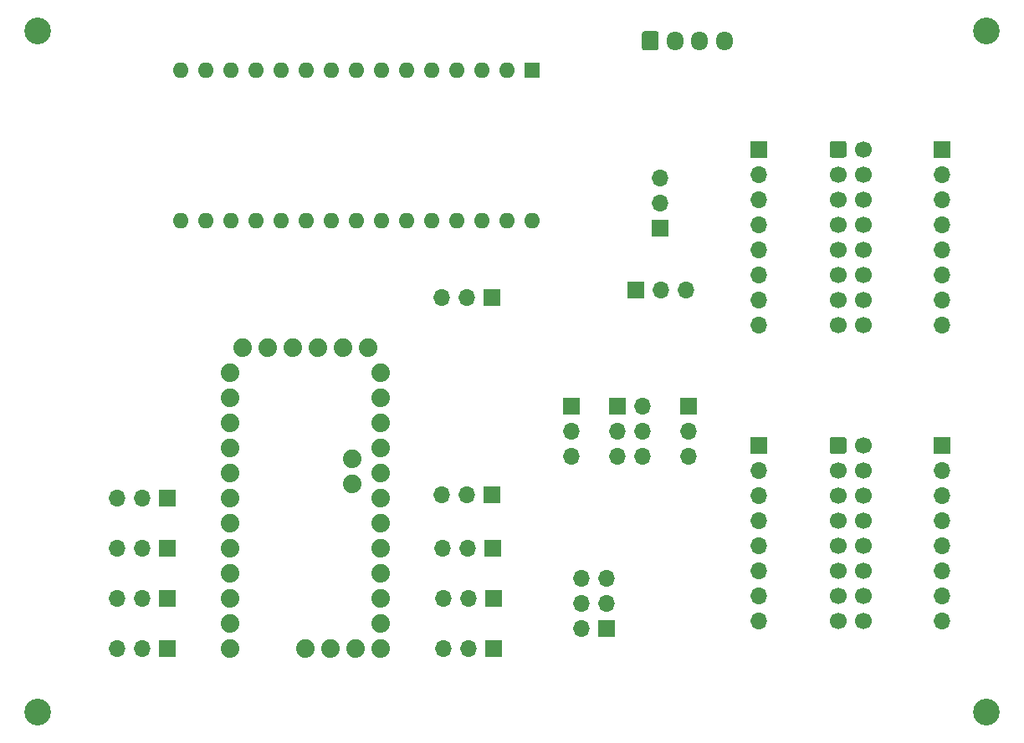
<source format=gbr>
G04 #@! TF.GenerationSoftware,KiCad,Pcbnew,5.1.9+dfsg1-1~bpo10+1*
G04 #@! TF.CreationDate,2021-10-27T12:52:50+00:00*
G04 #@! TF.ProjectId,Stm32F103Board,53746d33-3246-4313-9033-426f6172642e,rev?*
G04 #@! TF.SameCoordinates,Original*
G04 #@! TF.FileFunction,Soldermask,Bot*
G04 #@! TF.FilePolarity,Negative*
%FSLAX46Y46*%
G04 Gerber Fmt 4.6, Leading zero omitted, Abs format (unit mm)*
G04 Created by KiCad (PCBNEW 5.1.9+dfsg1-1~bpo10+1) date 2021-10-27 12:52:50*
%MOMM*%
%LPD*%
G01*
G04 APERTURE LIST*
%ADD10O,1.700000X1.700000*%
%ADD11R,1.700000X1.700000*%
%ADD12C,1.879600*%
%ADD13C,2.700000*%
%ADD14C,1.700000*%
%ADD15O,1.700000X1.950000*%
%ADD16O,1.600000X1.600000*%
%ADD17R,1.600000X1.600000*%
G04 APERTURE END LIST*
D10*
X95580000Y-93250000D03*
X93040000Y-93250000D03*
D11*
X90500000Y-93250000D03*
D12*
X57120000Y-129540000D03*
X49500000Y-101600000D03*
X49500000Y-104140000D03*
X49500000Y-106680000D03*
X49500000Y-109220000D03*
X49500000Y-111760000D03*
X49500000Y-114300000D03*
X49500000Y-116840000D03*
X49500000Y-119380000D03*
X49500000Y-121920000D03*
X49500000Y-124460000D03*
X49500000Y-127000000D03*
X49500000Y-129540000D03*
X64740000Y-129540000D03*
X64740000Y-127000000D03*
X64740000Y-124460000D03*
X64740000Y-121920000D03*
X64740000Y-119380000D03*
X64740000Y-116840000D03*
X64740000Y-114300000D03*
X64740000Y-111760000D03*
X64740000Y-109220000D03*
X64740000Y-106680000D03*
X64740000Y-104140000D03*
X64740000Y-101600000D03*
X59660000Y-129540000D03*
X62200000Y-129540000D03*
X61819000Y-110363000D03*
X61819000Y-112903000D03*
X50770000Y-99060000D03*
X53310000Y-99060000D03*
X55850000Y-99060000D03*
X58390000Y-99060000D03*
X60930000Y-99060000D03*
X63470000Y-99060000D03*
D10*
X95850000Y-110080000D03*
X95850000Y-107540000D03*
D11*
X95850000Y-105000000D03*
D10*
X91190000Y-110080000D03*
X88650000Y-110080000D03*
X91190000Y-107540000D03*
X88650000Y-107540000D03*
X91190000Y-105000000D03*
D11*
X88650000Y-105000000D03*
D10*
X84000000Y-110080000D03*
X84000000Y-107540000D03*
D11*
X84000000Y-105000000D03*
D10*
X121500000Y-126780000D03*
X121500000Y-124240000D03*
X121500000Y-121700000D03*
X121500000Y-119160000D03*
X121500000Y-116620000D03*
X121500000Y-114080000D03*
X121500000Y-111540000D03*
D11*
X121500000Y-109000000D03*
D10*
X121500000Y-96780000D03*
X121500000Y-94240000D03*
X121500000Y-91700000D03*
X121500000Y-89160000D03*
X121500000Y-86620000D03*
X121500000Y-84080000D03*
X121500000Y-81540000D03*
D11*
X121500000Y-79000000D03*
D10*
X103000000Y-126780000D03*
X103000000Y-124240000D03*
X103000000Y-121700000D03*
X103000000Y-119160000D03*
X103000000Y-116620000D03*
X103000000Y-114080000D03*
X103000000Y-111540000D03*
D11*
X103000000Y-109000000D03*
D10*
X103000000Y-96780000D03*
X103000000Y-94240000D03*
X103000000Y-91700000D03*
X103000000Y-89160000D03*
X103000000Y-86620000D03*
X103000000Y-84080000D03*
X103000000Y-81540000D03*
D11*
X103000000Y-79000000D03*
D13*
X126000000Y-136000000D03*
X126000000Y-67000000D03*
X30000000Y-136000000D03*
X30000000Y-67000000D03*
D14*
X113540000Y-126780000D03*
X113540000Y-124240000D03*
X113540000Y-121700000D03*
X113540000Y-119160000D03*
X113540000Y-116620000D03*
X113540000Y-114080000D03*
X113540000Y-111540000D03*
X113540000Y-109000000D03*
X111000000Y-126780000D03*
X111000000Y-124240000D03*
X111000000Y-121700000D03*
X111000000Y-119160000D03*
X111000000Y-116620000D03*
X111000000Y-114080000D03*
X111000000Y-111540000D03*
G36*
G01*
X110150000Y-109600000D02*
X110150000Y-108400000D01*
G75*
G02*
X110400000Y-108150000I250000J0D01*
G01*
X111600000Y-108150000D01*
G75*
G02*
X111850000Y-108400000I0J-250000D01*
G01*
X111850000Y-109600000D01*
G75*
G02*
X111600000Y-109850000I-250000J0D01*
G01*
X110400000Y-109850000D01*
G75*
G02*
X110150000Y-109600000I0J250000D01*
G01*
G37*
X113540000Y-96780000D03*
X113540000Y-94240000D03*
X113540000Y-91700000D03*
X113540000Y-89160000D03*
X113540000Y-86620000D03*
X113540000Y-84080000D03*
X113540000Y-81540000D03*
X113540000Y-79000000D03*
X111000000Y-96780000D03*
X111000000Y-94240000D03*
X111000000Y-91700000D03*
X111000000Y-89160000D03*
X111000000Y-86620000D03*
X111000000Y-84080000D03*
X111000000Y-81540000D03*
G36*
G01*
X110150000Y-79600000D02*
X110150000Y-78400000D01*
G75*
G02*
X110400000Y-78150000I250000J0D01*
G01*
X111600000Y-78150000D01*
G75*
G02*
X111850000Y-78400000I0J-250000D01*
G01*
X111850000Y-79600000D01*
G75*
G02*
X111600000Y-79850000I-250000J0D01*
G01*
X110400000Y-79850000D01*
G75*
G02*
X110150000Y-79600000I0J250000D01*
G01*
G37*
D10*
X93000000Y-81920000D03*
X93000000Y-84460000D03*
D11*
X93000000Y-87000000D03*
D10*
X70920000Y-94000000D03*
X73460000Y-94000000D03*
D11*
X76000000Y-94000000D03*
D15*
X99500000Y-68000000D03*
X97000000Y-68000000D03*
X94500000Y-68000000D03*
G36*
G01*
X91150000Y-68725000D02*
X91150000Y-67275000D01*
G75*
G02*
X91400000Y-67025000I250000J0D01*
G01*
X92600000Y-67025000D01*
G75*
G02*
X92850000Y-67275000I0J-250000D01*
G01*
X92850000Y-68725000D01*
G75*
G02*
X92600000Y-68975000I-250000J0D01*
G01*
X91400000Y-68975000D01*
G75*
G02*
X91150000Y-68725000I0J250000D01*
G01*
G37*
D10*
X38060000Y-129540000D03*
X40600000Y-129540000D03*
D11*
X43140000Y-129540000D03*
D10*
X38060000Y-124460000D03*
X40600000Y-124460000D03*
D11*
X43140000Y-124460000D03*
D10*
X38060000Y-119380000D03*
X40600000Y-119380000D03*
D11*
X43140000Y-119380000D03*
D10*
X38060000Y-114300000D03*
X40600000Y-114300000D03*
D11*
X43140000Y-114300000D03*
D10*
X70920000Y-114000000D03*
X73460000Y-114000000D03*
D11*
X76000000Y-114000000D03*
D10*
X71000000Y-119380000D03*
X73540000Y-119380000D03*
D11*
X76080000Y-119380000D03*
D10*
X71080000Y-124460000D03*
X73620000Y-124460000D03*
D11*
X76160000Y-124460000D03*
D10*
X71080000Y-129540000D03*
X73620000Y-129540000D03*
D11*
X76160000Y-129540000D03*
D10*
X85000000Y-122460000D03*
X87540000Y-122460000D03*
X85000000Y-125000000D03*
X87540000Y-125000000D03*
X85000000Y-127540000D03*
D11*
X87540000Y-127540000D03*
D16*
X44440000Y-86240000D03*
X44440000Y-71000000D03*
X80000000Y-86240000D03*
X46980000Y-71000000D03*
X77460000Y-86240000D03*
X49520000Y-71000000D03*
X74920000Y-86240000D03*
X52060000Y-71000000D03*
X72380000Y-86240000D03*
X54600000Y-71000000D03*
X69840000Y-86240000D03*
X57140000Y-71000000D03*
X67300000Y-86240000D03*
X59680000Y-71000000D03*
X64760000Y-86240000D03*
X62220000Y-71000000D03*
X62220000Y-86240000D03*
X64760000Y-71000000D03*
X59680000Y-86240000D03*
X67300000Y-71000000D03*
X57140000Y-86240000D03*
X69840000Y-71000000D03*
X54600000Y-86240000D03*
X72380000Y-71000000D03*
X52060000Y-86240000D03*
X74920000Y-71000000D03*
X49520000Y-86240000D03*
X77460000Y-71000000D03*
X46980000Y-86240000D03*
D17*
X80000000Y-71000000D03*
M02*

</source>
